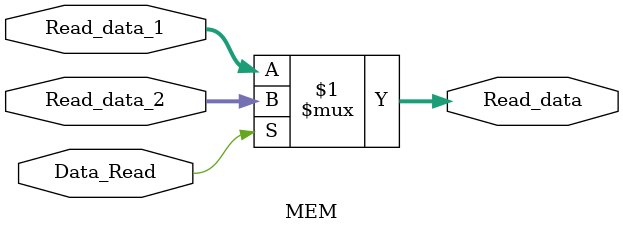
<source format=v>
module MEM(Read_data_1, Read_data_2, Read_data, Data_Read);
    input [31:0] Read_data_1;
    input [31:0] Read_data_2;
    input Data_Read;
    output [31:0] Read_data;
	assign Read_data = Data_Read? Read_data_2:Read_data_1;
endmodule

</source>
